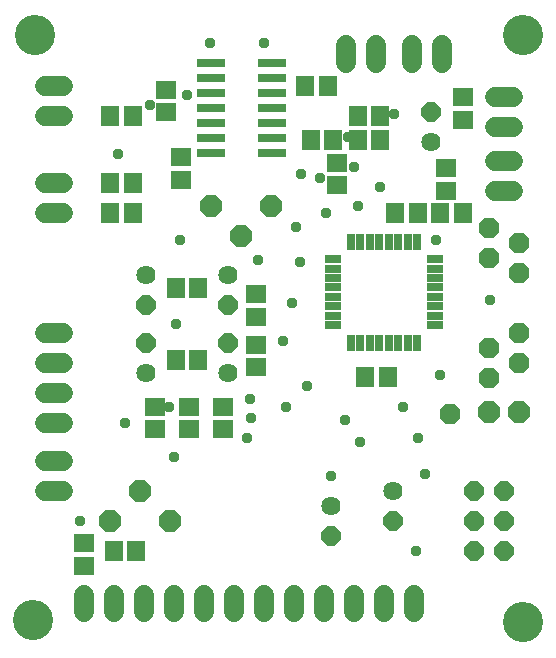
<source format=gbr>
G04 EAGLE Gerber X2 export*
%TF.Part,Single*%
%TF.FileFunction,Soldermask,Bot,1*%
%TF.FilePolarity,Negative*%
%TF.GenerationSoftware,Autodesk,EAGLE,8.7.1*%
%TF.CreationDate,2019-02-08T14:13:12Z*%
G75*
%MOMM*%
%FSLAX34Y34*%
%LPD*%
%AMOC8*
5,1,8,0,0,1.08239X$1,22.5*%
G01*
%ADD10C,3.403200*%
%ADD11R,1.503200X1.703200*%
%ADD12P,1.759533X8X112.500000*%
%ADD13C,1.625600*%
%ADD14P,1.759533X8X292.500000*%
%ADD15R,1.703200X1.503200*%
%ADD16R,2.403200X0.803200*%
%ADD17R,0.762000X1.473200*%
%ADD18R,1.473200X0.762000*%
%ADD19P,2.034460X8X112.500000*%
%ADD20P,1.869504X8X22.500000*%
%ADD21P,2.034460X8X22.500000*%
%ADD22P,2.034460X8X202.500000*%
%ADD23C,1.711200*%
%ADD24C,0.959600*%


D10*
X22225Y23813D03*
X436563Y22225D03*
X23813Y519113D03*
X436563Y519113D03*
D11*
X347638Y368300D03*
X328638Y368300D03*
D12*
X187325Y258763D03*
D13*
X187325Y233363D03*
D14*
X187325Y290513D03*
D13*
X187325Y315913D03*
D12*
X117475Y258763D03*
D13*
X117475Y233363D03*
D14*
X117475Y290513D03*
D13*
X117475Y315913D03*
D14*
X327025Y107950D03*
D13*
X327025Y133350D03*
D11*
X90513Y82550D03*
X109513Y82550D03*
D15*
X279400Y411138D03*
X279400Y392138D03*
X134938Y454050D03*
X134938Y473050D03*
D14*
X274638Y95250D03*
D13*
X274638Y120650D03*
D11*
X303238Y230188D03*
X322238Y230188D03*
D16*
X172438Y431800D03*
X224438Y431800D03*
X172438Y419100D03*
X172438Y444500D03*
X172438Y457200D03*
X224438Y419100D03*
X224438Y444500D03*
X224438Y457200D03*
X172438Y482600D03*
X224438Y482600D03*
X172438Y469900D03*
X172438Y495300D03*
X224438Y469900D03*
X224438Y495300D03*
D17*
X347088Y258699D03*
X339088Y258699D03*
X331088Y258699D03*
X323088Y258699D03*
X315088Y258699D03*
X307088Y258699D03*
X299088Y258699D03*
X291088Y258699D03*
D18*
X276162Y273625D03*
X276162Y281625D03*
X276162Y289625D03*
X276162Y297625D03*
X276162Y305625D03*
X276162Y313625D03*
X276162Y321625D03*
X276162Y329625D03*
D17*
X291088Y344551D03*
X299088Y344551D03*
X307088Y344551D03*
X315088Y344551D03*
X323088Y344551D03*
X331088Y344551D03*
X339088Y344551D03*
X347088Y344551D03*
D18*
X362014Y329625D03*
X362014Y321625D03*
X362014Y313625D03*
X362014Y305625D03*
X362014Y297625D03*
X362014Y289625D03*
X362014Y281625D03*
X362014Y273625D03*
D19*
X407988Y200025D03*
X433388Y200025D03*
D20*
X433388Y317500D03*
X374650Y198438D03*
X433388Y266700D03*
X407988Y254000D03*
X433388Y241300D03*
X407988Y228600D03*
X407988Y355600D03*
X433388Y342900D03*
X407988Y330200D03*
D11*
X106338Y393700D03*
X87338Y393700D03*
X276200Y430213D03*
X257200Y430213D03*
D15*
X211138Y257150D03*
X211138Y238150D03*
X211138Y300013D03*
X211138Y281013D03*
X153988Y204763D03*
X153988Y185763D03*
X125413Y204763D03*
X125413Y185763D03*
X182563Y204763D03*
X182563Y185763D03*
D21*
X138113Y107950D03*
X87313Y107950D03*
X112713Y133350D03*
D11*
X161900Y244475D03*
X142900Y244475D03*
X106338Y368300D03*
X87338Y368300D03*
X161900Y304800D03*
X142900Y304800D03*
D15*
X65088Y88875D03*
X65088Y69875D03*
D11*
X271438Y476250D03*
X252438Y476250D03*
X87338Y450850D03*
X106338Y450850D03*
X385738Y368300D03*
X366738Y368300D03*
D15*
X371475Y387375D03*
X371475Y406375D03*
X147638Y396900D03*
X147638Y415900D03*
D11*
X296888Y450850D03*
X315888Y450850D03*
D22*
X173038Y374650D03*
X223838Y374650D03*
X198438Y349250D03*
D11*
X315888Y430213D03*
X296888Y430213D03*
D12*
X420688Y82550D03*
X395288Y82550D03*
X420688Y107950D03*
X395288Y107950D03*
X420688Y133350D03*
X395288Y133350D03*
D23*
X368300Y495698D02*
X368300Y510778D01*
X342900Y510778D02*
X342900Y495698D01*
X413148Y387350D02*
X428228Y387350D01*
X428228Y412750D02*
X413148Y412750D01*
X47228Y393700D02*
X32148Y393700D01*
X32148Y368300D02*
X47228Y368300D01*
X47228Y133350D02*
X32148Y133350D01*
X32148Y158750D02*
X47228Y158750D01*
X47228Y266700D02*
X32148Y266700D01*
X32148Y241300D02*
X47228Y241300D01*
X47228Y215900D02*
X32148Y215900D01*
X32148Y190500D02*
X47228Y190500D01*
X344488Y45640D02*
X344488Y30560D01*
X319088Y30560D02*
X319088Y45640D01*
X293688Y45640D02*
X293688Y30560D01*
X268288Y30560D02*
X268288Y45640D01*
X242888Y45640D02*
X242888Y30560D01*
X217488Y30560D02*
X217488Y45640D01*
X192088Y45640D02*
X192088Y30560D01*
X166688Y30560D02*
X166688Y45640D01*
X141288Y45640D02*
X141288Y30560D01*
X115888Y30560D02*
X115888Y45640D01*
X90488Y45640D02*
X90488Y30560D01*
X65088Y30560D02*
X65088Y45640D01*
X47228Y450850D02*
X32148Y450850D01*
X32148Y476250D02*
X47228Y476250D01*
X312738Y495698D02*
X312738Y510778D01*
X287338Y510778D02*
X287338Y495698D01*
X413148Y466725D02*
X428228Y466725D01*
X428228Y441325D02*
X413148Y441325D01*
D12*
X358775Y454025D03*
D13*
X358775Y428625D03*
D15*
X385763Y447700D03*
X385763Y466700D03*
D24*
X142875Y274320D03*
X171450Y512763D03*
X146050Y346075D03*
X217488Y512763D03*
X269875Y368300D03*
X409258Y295275D03*
X315913Y390525D03*
X274638Y146050D03*
X347663Y177800D03*
X203196Y177804D03*
X141288Y161925D03*
X296863Y374650D03*
X346075Y82550D03*
X233363Y260350D03*
X236538Y204788D03*
X285750Y193675D03*
X244475Y357188D03*
X298450Y174625D03*
X212725Y328613D03*
X206058Y210820D03*
X137478Y204470D03*
X100013Y190500D03*
X206375Y195263D03*
X366713Y231775D03*
X254000Y222250D03*
X241618Y292100D03*
X334963Y204788D03*
X247650Y327025D03*
X152400Y468313D03*
X120650Y460375D03*
X265113Y398463D03*
X293688Y407670D03*
X288608Y433070D03*
X327338Y452759D03*
X363538Y346075D03*
X249238Y401638D03*
X61913Y107950D03*
X93599Y419037D03*
X354013Y147638D03*
M02*

</source>
